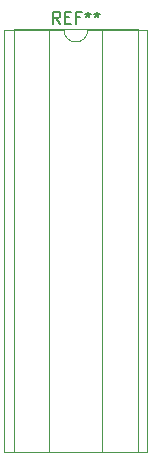
<source format=gbr>
%TF.GenerationSoftware,KiCad,Pcbnew,(5.1.9)-1*%
%TF.CreationDate,2021-11-22T21:10:40-05:00*%
%TF.ProjectId,main,6d61696e-2e6b-4696-9361-645f70636258,rev?*%
%TF.SameCoordinates,Original*%
%TF.FileFunction,Legend,Top*%
%TF.FilePolarity,Positive*%
%FSLAX46Y46*%
G04 Gerber Fmt 4.6, Leading zero omitted, Abs format (unit mm)*
G04 Created by KiCad (PCBNEW (5.1.9)-1) date 2021-11-22 21:10:40*
%MOMM*%
%LPD*%
G01*
G04 APERTURE LIST*
%ADD10C,0.120000*%
%ADD11C,0.150000*%
G04 APERTURE END LIST*
D10*
%TO.C,REF\u002A\u002A*%
X8620000Y1330000D02*
G75*
G02*
X6620000Y1330000I-1000000J0D01*
G01*
X6620000Y1330000D02*
X5370000Y1330000D01*
X5370000Y1330000D02*
X5370000Y-34350000D01*
X5370000Y-34350000D02*
X9870000Y-34350000D01*
X9870000Y-34350000D02*
X9870000Y1330000D01*
X9870000Y1330000D02*
X8620000Y1330000D01*
X2370000Y1390000D02*
X2370000Y-34410000D01*
X2370000Y-34410000D02*
X12870000Y-34410000D01*
X12870000Y-34410000D02*
X12870000Y1390000D01*
X12870000Y1390000D02*
X2370000Y1390000D01*
X8620000Y1330000D02*
G75*
G02*
X6620000Y1330000I-1000000J0D01*
G01*
X6620000Y1330000D02*
X1560000Y1330000D01*
X1560000Y1330000D02*
X1560000Y-34350000D01*
X1560000Y-34350000D02*
X13680000Y-34350000D01*
X13680000Y-34350000D02*
X13680000Y1330000D01*
X13680000Y1330000D02*
X8620000Y1330000D01*
D11*
X6286666Y1877619D02*
X5953333Y2353809D01*
X5715238Y1877619D02*
X5715238Y2877619D01*
X6096190Y2877619D01*
X6191428Y2830000D01*
X6239047Y2782380D01*
X6286666Y2687142D01*
X6286666Y2544285D01*
X6239047Y2449047D01*
X6191428Y2401428D01*
X6096190Y2353809D01*
X5715238Y2353809D01*
X6715238Y2401428D02*
X7048571Y2401428D01*
X7191428Y1877619D02*
X6715238Y1877619D01*
X6715238Y2877619D01*
X7191428Y2877619D01*
X7953333Y2401428D02*
X7620000Y2401428D01*
X7620000Y1877619D02*
X7620000Y2877619D01*
X8096190Y2877619D01*
X8620000Y2877619D02*
X8620000Y2639523D01*
X8381904Y2734761D02*
X8620000Y2639523D01*
X8858095Y2734761D01*
X8477142Y2449047D02*
X8620000Y2639523D01*
X8762857Y2449047D01*
X9381904Y2877619D02*
X9381904Y2639523D01*
X9143809Y2734761D02*
X9381904Y2639523D01*
X9620000Y2734761D01*
X9239047Y2449047D02*
X9381904Y2639523D01*
X9524761Y2449047D01*
X6286666Y1877619D02*
X5953333Y2353809D01*
X5715238Y1877619D02*
X5715238Y2877619D01*
X6096190Y2877619D01*
X6191428Y2830000D01*
X6239047Y2782380D01*
X6286666Y2687142D01*
X6286666Y2544285D01*
X6239047Y2449047D01*
X6191428Y2401428D01*
X6096190Y2353809D01*
X5715238Y2353809D01*
X6715238Y2401428D02*
X7048571Y2401428D01*
X7191428Y1877619D02*
X6715238Y1877619D01*
X6715238Y2877619D01*
X7191428Y2877619D01*
X7953333Y2401428D02*
X7620000Y2401428D01*
X7620000Y1877619D02*
X7620000Y2877619D01*
X8096190Y2877619D01*
X8620000Y2877619D02*
X8620000Y2639523D01*
X8381904Y2734761D02*
X8620000Y2639523D01*
X8858095Y2734761D01*
X8477142Y2449047D02*
X8620000Y2639523D01*
X8762857Y2449047D01*
X9381904Y2877619D02*
X9381904Y2639523D01*
X9143809Y2734761D02*
X9381904Y2639523D01*
X9620000Y2734761D01*
X9239047Y2449047D02*
X9381904Y2639523D01*
X9524761Y2449047D01*
%TD*%
M02*

</source>
